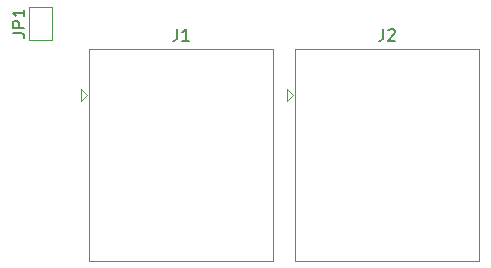
<source format=gbr>
%TF.GenerationSoftware,KiCad,Pcbnew,(5.99.0-12060-g1fa5e43597)*%
%TF.CreationDate,2021-08-23T09:05:39-07:00*%
%TF.ProjectId,uplift_hat,75706c69-6674-45f6-9861-742e6b696361,rev?*%
%TF.SameCoordinates,Original*%
%TF.FileFunction,Legend,Top*%
%TF.FilePolarity,Positive*%
%FSLAX46Y46*%
G04 Gerber Fmt 4.6, Leading zero omitted, Abs format (unit mm)*
G04 Created by KiCad (PCBNEW (5.99.0-12060-g1fa5e43597)) date 2021-08-23 09:05:39*
%MOMM*%
%LPD*%
G01*
G04 APERTURE LIST*
%ADD10C,0.150000*%
%ADD11C,0.120000*%
G04 APERTURE END LIST*
D10*
%TO.C,J2*%
X132829166Y-110352380D02*
X132829166Y-111066666D01*
X132781547Y-111209523D01*
X132686309Y-111304761D01*
X132543452Y-111352380D01*
X132448214Y-111352380D01*
X133257738Y-110447619D02*
X133305357Y-110400000D01*
X133400595Y-110352380D01*
X133638690Y-110352380D01*
X133733928Y-110400000D01*
X133781547Y-110447619D01*
X133829166Y-110542857D01*
X133829166Y-110638095D01*
X133781547Y-110780952D01*
X133210119Y-111352380D01*
X133829166Y-111352380D01*
%TO.C,JP1*%
X101452380Y-110708333D02*
X102166666Y-110708333D01*
X102309523Y-110755952D01*
X102404761Y-110851190D01*
X102452380Y-110994047D01*
X102452380Y-111089285D01*
X102452380Y-110232142D02*
X101452380Y-110232142D01*
X101452380Y-109851190D01*
X101500000Y-109755952D01*
X101547619Y-109708333D01*
X101642857Y-109660714D01*
X101785714Y-109660714D01*
X101880952Y-109708333D01*
X101928571Y-109755952D01*
X101976190Y-109851190D01*
X101976190Y-110232142D01*
X102452380Y-108708333D02*
X102452380Y-109279761D01*
X102452380Y-108994047D02*
X101452380Y-108994047D01*
X101595238Y-109089285D01*
X101690476Y-109184523D01*
X101738095Y-109279761D01*
%TO.C,J1*%
X115381666Y-110352380D02*
X115381666Y-111066666D01*
X115334047Y-111209523D01*
X115238809Y-111304761D01*
X115095952Y-111352380D01*
X115000714Y-111352380D01*
X116381666Y-111352380D02*
X115810238Y-111352380D01*
X116095952Y-111352380D02*
X116095952Y-110352380D01*
X116000714Y-110495238D01*
X115905476Y-110590476D01*
X115810238Y-110638095D01*
D11*
%TO.C,J2*%
X124717500Y-116400000D02*
X125217500Y-115900000D01*
X125402500Y-129980000D02*
X140922500Y-129980000D01*
X125217500Y-115900000D02*
X124717500Y-115400000D01*
X140922500Y-112020000D02*
X125402500Y-112020000D01*
X125402500Y-112020000D02*
X125402500Y-129980000D01*
X124717500Y-115400000D02*
X124717500Y-116400000D01*
X140922500Y-112020000D02*
X140922500Y-129980000D01*
%TO.C,JP1*%
X104800000Y-108475000D02*
X104800000Y-111275000D01*
X104800000Y-111275000D02*
X102800000Y-111275000D01*
X102800000Y-108475000D02*
X104800000Y-108475000D01*
X102800000Y-111275000D02*
X102800000Y-108475000D01*
%TO.C,J1*%
X107770000Y-115900000D02*
X107270000Y-115400000D01*
X123475000Y-112020000D02*
X123475000Y-129980000D01*
X107955000Y-129980000D02*
X123475000Y-129980000D01*
X107270000Y-116400000D02*
X107770000Y-115900000D01*
X107270000Y-115400000D02*
X107270000Y-116400000D01*
X107955000Y-112020000D02*
X107955000Y-129980000D01*
X123475000Y-112020000D02*
X107955000Y-112020000D01*
%TD*%
M02*

</source>
